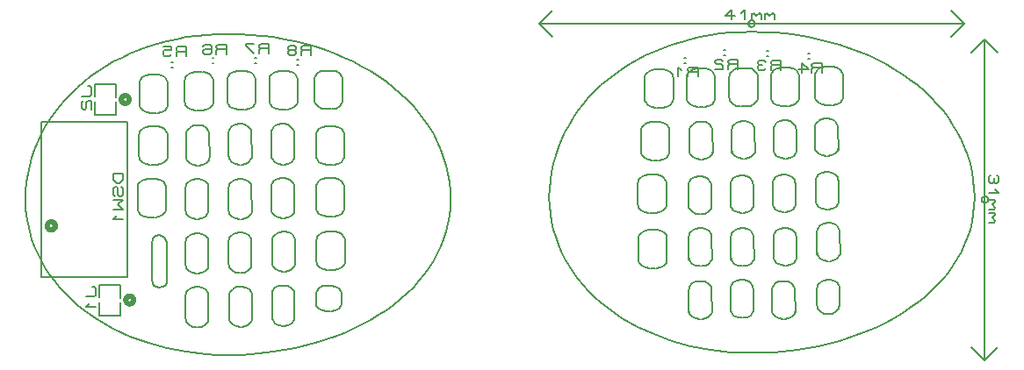
<source format=gbr>
G04 PROTEUS GERBER X2 FILE*
%TF.GenerationSoftware,Labcenter,Proteus,8.9-SP2-Build28501*%
%TF.CreationDate,2020-07-12T19:41:18+00:00*%
%TF.FileFunction,Legend,Bot*%
%TF.FilePolarity,Positive*%
%TF.Part,Single*%
%TF.SameCoordinates,{dc61f2e1-3fbc-4622-b235-fc52ee95e5fb}*%
%FSLAX45Y45*%
%MOMM*%
G01*
%TA.AperFunction,Profile*%
%ADD18C,0.203200*%
%TA.AperFunction,NonMaterial*%
%ADD19C,0.203200*%
%TA.AperFunction,Material*%
%ADD23C,0.508000*%
%ADD24C,0.152400*%
%ADD22C,0.203200*%
%TD.AperFunction*%
D18*
X-6550000Y-6000000D02*
X-6547519Y-5916226D01*
X-6540151Y-5833716D01*
X-6528008Y-5752560D01*
X-6511200Y-5672852D01*
X-6489840Y-5594681D01*
X-6464039Y-5518140D01*
X-6433909Y-5443320D01*
X-6399561Y-5370312D01*
X-6361107Y-5299210D01*
X-6318658Y-5230103D01*
X-6272326Y-5163083D01*
X-6222223Y-5098242D01*
X-6168460Y-5035672D01*
X-6111149Y-4975464D01*
X-6050401Y-4917709D01*
X-5986328Y-4862500D01*
X-5919042Y-4809927D01*
X-5848653Y-4760083D01*
X-5775275Y-4713058D01*
X-5699017Y-4668945D01*
X-5619993Y-4627835D01*
X-5538313Y-4589819D01*
X-5454089Y-4554990D01*
X-5367432Y-4523438D01*
X-5278454Y-4495255D01*
X-5187267Y-4470532D01*
X-5093983Y-4449362D01*
X-4998712Y-4431836D01*
X-4901567Y-4418045D01*
X-4802659Y-4408081D01*
X-4702099Y-4402036D01*
X-4600000Y-4400000D01*
X-4487429Y-4402036D01*
X-4376556Y-4408081D01*
X-4267503Y-4418045D01*
X-4160394Y-4431836D01*
X-4055352Y-4449362D01*
X-3952500Y-4470532D01*
X-3851961Y-4495255D01*
X-3753857Y-4523438D01*
X-3658313Y-4554990D01*
X-3565450Y-4589819D01*
X-3475393Y-4627835D01*
X-3388263Y-4668945D01*
X-3304184Y-4713058D01*
X-3223279Y-4760083D01*
X-3145672Y-4809927D01*
X-3071484Y-4862500D01*
X-3000840Y-4917709D01*
X-2933861Y-4975464D01*
X-2870672Y-5035672D01*
X-2811395Y-5098242D01*
X-2756153Y-5163083D01*
X-2705070Y-5230103D01*
X-2658267Y-5299210D01*
X-2615869Y-5370312D01*
X-2577998Y-5443320D01*
X-2544778Y-5518140D01*
X-2516331Y-5594681D01*
X-2492780Y-5672852D01*
X-2474248Y-5752560D01*
X-2460859Y-5833716D01*
X-2452735Y-5916226D01*
X-2450000Y-6000000D01*
X-2452735Y-6078538D01*
X-2460859Y-6155891D01*
X-2474248Y-6231975D01*
X-2492780Y-6306702D01*
X-2516331Y-6379987D01*
X-2544778Y-6451744D01*
X-2577998Y-6521888D01*
X-2615869Y-6590332D01*
X-2658267Y-6656991D01*
X-2705070Y-6721779D01*
X-2756153Y-6784610D01*
X-2811395Y-6845398D01*
X-2870672Y-6904058D01*
X-2933861Y-6960503D01*
X-3000840Y-7014647D01*
X-3071484Y-7066406D01*
X-3145672Y-7115693D01*
X-3223279Y-7162422D01*
X-3304184Y-7206508D01*
X-3388263Y-7247864D01*
X-3475393Y-7286405D01*
X-3565450Y-7322044D01*
X-3753857Y-7384277D01*
X-3952500Y-7433876D01*
X-4160394Y-7470154D01*
X-4376556Y-7492424D01*
X-4487429Y-7498092D01*
X-4600000Y-7500000D01*
X-4702099Y-7498092D01*
X-4802659Y-7492424D01*
X-4998712Y-7470154D01*
X-5187267Y-7433876D01*
X-5367432Y-7384277D01*
X-5538313Y-7322044D01*
X-5699017Y-7247864D01*
X-5848653Y-7162422D01*
X-5919042Y-7115693D01*
X-5986328Y-7066406D01*
X-6050401Y-7014647D01*
X-6111149Y-6960503D01*
X-6168460Y-6904058D01*
X-6222223Y-6845398D01*
X-6272326Y-6784610D01*
X-6318658Y-6721779D01*
X-6361107Y-6656991D01*
X-6399561Y-6590332D01*
X-6433909Y-6521888D01*
X-6464039Y-6451744D01*
X-6489840Y-6379987D01*
X-6511200Y-6306702D01*
X-6528008Y-6231975D01*
X-6540151Y-6155891D01*
X-6547519Y-6078538D01*
X-6550000Y-6000000D01*
D19*
X+2700000Y-4450000D02*
X+2700000Y-7550000D01*
X+2700000Y-4450000D02*
X+2573000Y-4577000D01*
X+2700000Y-4450000D02*
X+2827000Y-4577000D01*
X+2700000Y-7550000D02*
X+2827000Y-7423000D01*
X+2700000Y-7550000D02*
X+2573000Y-7423000D01*
X+2731750Y-6000000D02*
X+2731641Y-5997366D01*
X+2730751Y-5992097D01*
X+2728889Y-5986828D01*
X+2725846Y-5981559D01*
X+2721191Y-5976357D01*
X+2715922Y-5972531D01*
X+2710653Y-5970091D01*
X+2705384Y-5968710D01*
X+2700115Y-5968250D01*
X+2700000Y-5968250D01*
X+2668250Y-6000000D02*
X+2668359Y-5997366D01*
X+2669249Y-5992097D01*
X+2671111Y-5986828D01*
X+2674154Y-5981559D01*
X+2678809Y-5976357D01*
X+2684078Y-5972531D01*
X+2689347Y-5970091D01*
X+2694616Y-5968710D01*
X+2699885Y-5968250D01*
X+2700000Y-5968250D01*
X+2668250Y-6000000D02*
X+2668359Y-6002634D01*
X+2669249Y-6007903D01*
X+2671111Y-6013172D01*
X+2674154Y-6018441D01*
X+2678809Y-6023643D01*
X+2684078Y-6027469D01*
X+2689347Y-6029909D01*
X+2694616Y-6031290D01*
X+2699885Y-6031750D01*
X+2700000Y-6031750D01*
X+2731750Y-6000000D02*
X+2731641Y-6002634D01*
X+2730751Y-6007903D01*
X+2728889Y-6013172D01*
X+2725846Y-6018441D01*
X+2721191Y-6023643D01*
X+2715922Y-6027469D01*
X+2710653Y-6029909D01*
X+2705384Y-6031290D01*
X+2700115Y-6031750D01*
X+2700000Y-6031750D01*
X+2816840Y-5761875D02*
X+2832080Y-5777750D01*
X+2832080Y-5825375D01*
X+2816840Y-5841250D01*
X+2801600Y-5841250D01*
X+2786360Y-5825375D01*
X+2771120Y-5841250D01*
X+2755880Y-5841250D01*
X+2740640Y-5825375D01*
X+2740640Y-5777750D01*
X+2755880Y-5761875D01*
X+2786360Y-5793625D02*
X+2786360Y-5825375D01*
X+2801600Y-5904750D02*
X+2832080Y-5936500D01*
X+2740640Y-5936500D01*
X+2740640Y-6000000D02*
X+2801600Y-6000000D01*
X+2786360Y-6000000D02*
X+2801600Y-6015875D01*
X+2771120Y-6047625D01*
X+2801600Y-6079375D01*
X+2786360Y-6095250D01*
X+2740640Y-6095250D01*
X+2740640Y-6127000D02*
X+2801600Y-6127000D01*
X+2786360Y-6127000D02*
X+2801600Y-6142875D01*
X+2771120Y-6174625D01*
X+2801600Y-6206375D01*
X+2786360Y-6222250D01*
X+2740640Y-6222250D01*
X-1600000Y-4300000D02*
X+2500000Y-4300000D01*
X-1600000Y-4300000D02*
X-1473000Y-4427000D01*
X-1600000Y-4300000D02*
X-1473000Y-4173000D01*
X+2500000Y-4300000D02*
X+2373000Y-4173000D01*
X+2500000Y-4300000D02*
X+2373000Y-4427000D01*
X+481750Y-4300000D02*
X+481641Y-4297366D01*
X+480751Y-4292097D01*
X+478889Y-4286828D01*
X+475846Y-4281559D01*
X+471191Y-4276357D01*
X+465922Y-4272531D01*
X+460653Y-4270091D01*
X+455384Y-4268710D01*
X+450115Y-4268250D01*
X+450000Y-4268250D01*
X+418250Y-4300000D02*
X+418359Y-4297366D01*
X+419249Y-4292097D01*
X+421111Y-4286828D01*
X+424154Y-4281559D01*
X+428809Y-4276357D01*
X+434078Y-4272531D01*
X+439347Y-4270091D01*
X+444616Y-4268710D01*
X+449885Y-4268250D01*
X+450000Y-4268250D01*
X+418250Y-4300000D02*
X+418359Y-4302634D01*
X+419249Y-4307903D01*
X+421111Y-4313172D01*
X+424154Y-4318441D01*
X+428809Y-4323643D01*
X+434078Y-4327469D01*
X+439347Y-4329909D01*
X+444616Y-4331290D01*
X+449885Y-4331750D01*
X+450000Y-4331750D01*
X+481750Y-4300000D02*
X+481641Y-4302634D01*
X+480751Y-4307903D01*
X+478889Y-4313172D01*
X+475846Y-4318441D01*
X+471191Y-4323643D01*
X+465922Y-4327469D01*
X+460653Y-4329909D01*
X+455384Y-4331290D01*
X+450115Y-4331750D01*
X+450000Y-4331750D01*
X+291250Y-4228880D02*
X+196000Y-4228880D01*
X+259500Y-4167920D01*
X+259500Y-4259360D01*
X+354750Y-4198400D02*
X+386500Y-4167920D01*
X+386500Y-4259360D01*
X+450000Y-4259360D02*
X+450000Y-4198400D01*
X+450000Y-4213640D02*
X+465875Y-4198400D01*
X+497625Y-4228880D01*
X+529375Y-4198400D01*
X+545250Y-4213640D01*
X+545250Y-4259360D01*
X+577000Y-4259360D02*
X+577000Y-4198400D01*
X+577000Y-4213640D02*
X+592875Y-4198400D01*
X+624625Y-4228880D01*
X+656375Y-4198400D01*
X+672250Y-4213640D01*
X+672250Y-4259360D01*
D18*
X-4430000Y-4760000D02*
X-4390644Y-4766943D01*
X-4358906Y-4786016D01*
X-4337715Y-4814580D01*
X-4331990Y-4831598D01*
X-4330000Y-4850000D01*
X-4435000Y-5130000D02*
X-4393676Y-5123442D01*
X-4360351Y-5105430D01*
X-4338100Y-5078452D01*
X-4332089Y-5062380D01*
X-4330000Y-5045000D01*
X-4495000Y-5130000D02*
X-4538291Y-5123442D01*
X-4573203Y-5105430D01*
X-4596514Y-5078452D01*
X-4602811Y-5062380D01*
X-4605000Y-5045000D01*
X-4500000Y-4760000D02*
X-4541323Y-4766558D01*
X-4574648Y-4784570D01*
X-4596899Y-4811548D01*
X-4602911Y-4827620D01*
X-4605000Y-4845000D01*
X-4605000Y-5045000D02*
X-4605000Y-4845000D01*
X-4435000Y-4760000D02*
X-4510000Y-4760000D01*
X-4440000Y-5130000D02*
X-4490000Y-5130000D01*
X-4330000Y-4845000D02*
X-4330000Y-5045000D01*
X-4025000Y-4760000D02*
X-3985644Y-4766943D01*
X-3953906Y-4786016D01*
X-3932715Y-4814580D01*
X-3926990Y-4831598D01*
X-3925000Y-4850000D01*
X-4030000Y-5130000D02*
X-3988676Y-5123442D01*
X-3955351Y-5105430D01*
X-3933100Y-5078452D01*
X-3927089Y-5062380D01*
X-3925000Y-5045000D01*
X-4090000Y-5130000D02*
X-4133291Y-5123442D01*
X-4168203Y-5105430D01*
X-4191514Y-5078452D01*
X-4197811Y-5062380D01*
X-4200000Y-5045000D01*
X-4095000Y-4760000D02*
X-4136323Y-4766558D01*
X-4169648Y-4784570D01*
X-4191899Y-4811548D01*
X-4197911Y-4827620D01*
X-4200000Y-4845000D01*
X-4200000Y-5045000D02*
X-4200000Y-4845000D01*
X-4030000Y-4760000D02*
X-4105000Y-4760000D01*
X-4035000Y-5130000D02*
X-4085000Y-5130000D01*
X-3925000Y-4845000D02*
X-3925000Y-5045000D01*
X-4840000Y-4770000D02*
X-4800644Y-4776943D01*
X-4768906Y-4796016D01*
X-4747715Y-4824580D01*
X-4741990Y-4841598D01*
X-4740000Y-4860000D01*
X-4845000Y-5140000D02*
X-4803676Y-5133442D01*
X-4770351Y-5115430D01*
X-4748100Y-5088452D01*
X-4742089Y-5072380D01*
X-4740000Y-5055000D01*
X-4905000Y-5140000D02*
X-4948291Y-5133442D01*
X-4983203Y-5115430D01*
X-5006514Y-5088452D01*
X-5012811Y-5072380D01*
X-5015000Y-5055000D01*
X-4910000Y-4770000D02*
X-4951323Y-4776558D01*
X-4984648Y-4794570D01*
X-5006899Y-4821548D01*
X-5012911Y-4837620D01*
X-5015000Y-4855000D01*
X-5015000Y-5055000D02*
X-5015000Y-4855000D01*
X-4845000Y-4770000D02*
X-4920000Y-4770000D01*
X-4850000Y-5140000D02*
X-4900000Y-5140000D01*
X-4740000Y-4855000D02*
X-4740000Y-5055000D01*
X-3590000Y-4755000D02*
X-3550644Y-4761943D01*
X-3518906Y-4781016D01*
X-3497715Y-4809580D01*
X-3491990Y-4826598D01*
X-3490000Y-4845000D01*
X-3595000Y-5125000D02*
X-3553676Y-5118442D01*
X-3520351Y-5100430D01*
X-3498100Y-5073452D01*
X-3492089Y-5057380D01*
X-3490000Y-5040000D01*
X-3655000Y-5125000D02*
X-3698291Y-5118442D01*
X-3733203Y-5100430D01*
X-3756514Y-5073452D01*
X-3762811Y-5057380D01*
X-3765000Y-5040000D01*
X-3660000Y-4755000D02*
X-3701323Y-4761558D01*
X-3734648Y-4779570D01*
X-3756899Y-4806548D01*
X-3762911Y-4822620D01*
X-3765000Y-4840000D01*
X-3765000Y-5040000D02*
X-3765000Y-4840000D01*
X-3590000Y-4755000D02*
X-3665000Y-4755000D01*
X-3600000Y-5125000D02*
X-3650000Y-5125000D01*
X-3490000Y-4840000D02*
X-3490000Y-5040000D01*
X+810000Y-4725000D02*
X+849356Y-4731943D01*
X+881094Y-4751016D01*
X+902285Y-4779580D01*
X+908010Y-4796598D01*
X+910000Y-4815000D01*
X+805000Y-5095000D02*
X+846324Y-5088442D01*
X+879649Y-5070430D01*
X+901900Y-5043452D01*
X+907911Y-5027380D01*
X+910000Y-5010000D01*
X+745000Y-5095000D02*
X+701709Y-5088442D01*
X+666797Y-5070430D01*
X+643486Y-5043452D01*
X+637189Y-5027380D01*
X+635000Y-5010000D01*
X+740000Y-4725000D02*
X+698677Y-4731558D01*
X+665352Y-4749570D01*
X+643101Y-4776548D01*
X+637089Y-4792620D01*
X+635000Y-4810000D01*
X+635000Y-5010000D02*
X+635000Y-4810000D01*
X+810000Y-4725000D02*
X+735000Y-4725000D01*
X+800000Y-5095000D02*
X+750000Y-5095000D01*
X+910000Y-4810000D02*
X+910000Y-5010000D01*
X+410000Y-4730000D02*
X+449356Y-4736943D01*
X+481094Y-4756016D01*
X+502285Y-4784580D01*
X+508010Y-4801598D01*
X+510000Y-4820000D01*
X+405000Y-5100000D02*
X+446324Y-5093442D01*
X+479649Y-5075430D01*
X+501900Y-5048452D01*
X+507911Y-5032380D01*
X+510000Y-5015000D01*
X+345000Y-5100000D02*
X+301709Y-5093442D01*
X+266797Y-5075430D01*
X+243486Y-5048452D01*
X+237189Y-5032380D01*
X+235000Y-5015000D01*
X+340000Y-4730000D02*
X+298677Y-4736558D01*
X+265352Y-4754570D01*
X+243101Y-4781548D01*
X+237089Y-4797620D01*
X+235000Y-4815000D01*
X+235000Y-5015000D02*
X+235000Y-4815000D01*
X+410000Y-4730000D02*
X+335000Y-4730000D01*
X+400000Y-5100000D02*
X+350000Y-5100000D01*
X+510000Y-4815000D02*
X+510000Y-5015000D01*
X+1235000Y-4720000D02*
X+1274356Y-4726943D01*
X+1306094Y-4746016D01*
X+1327285Y-4774580D01*
X+1333010Y-4791598D01*
X+1335000Y-4810000D01*
X+1230000Y-5090000D02*
X+1271324Y-5083442D01*
X+1304649Y-5065430D01*
X+1326900Y-5038452D01*
X+1332911Y-5022380D01*
X+1335000Y-5005000D01*
X+1170000Y-5090000D02*
X+1126709Y-5083442D01*
X+1091797Y-5065430D01*
X+1068486Y-5038452D01*
X+1062189Y-5022380D01*
X+1060000Y-5005000D01*
X+1165000Y-4720000D02*
X+1123677Y-4726558D01*
X+1090352Y-4744570D01*
X+1068101Y-4771548D01*
X+1062089Y-4787620D01*
X+1060000Y-4805000D01*
X+1060000Y-5005000D02*
X+1060000Y-4805000D01*
X+1235000Y-4720000D02*
X+1160000Y-4720000D01*
X+1225000Y-5090000D02*
X+1175000Y-5090000D01*
X+1335000Y-4805000D02*
X+1335000Y-5005000D01*
X+0Y-4735000D02*
X+39356Y-4741943D01*
X+71094Y-4761016D01*
X+92285Y-4789580D01*
X+98010Y-4806598D01*
X+100000Y-4825000D01*
X-5000Y-5105000D02*
X+36324Y-5098442D01*
X+69649Y-5080430D01*
X+91900Y-5053452D01*
X+97911Y-5037380D01*
X+100000Y-5020000D01*
X-65000Y-5105000D02*
X-108291Y-5098442D01*
X-143203Y-5080430D01*
X-166514Y-5053452D01*
X-172811Y-5037380D01*
X-175000Y-5020000D01*
X-70000Y-4735000D02*
X-111323Y-4741558D01*
X-144648Y-4759570D01*
X-166899Y-4786548D01*
X-172911Y-4802620D01*
X-175000Y-4820000D01*
X-175000Y-5020000D02*
X-175000Y-4820000D01*
X+0Y-4735000D02*
X-75000Y-4735000D01*
X-10000Y-5105000D02*
X-60000Y-5105000D01*
X+100000Y-4820000D02*
X+100000Y-5020000D01*
X-405000Y-4740000D02*
X-365644Y-4746943D01*
X-333906Y-4766016D01*
X-312715Y-4794580D01*
X-306990Y-4811598D01*
X-305000Y-4830000D01*
X-410000Y-5110000D02*
X-368676Y-5103442D01*
X-335351Y-5085430D01*
X-313100Y-5058452D01*
X-307089Y-5042380D01*
X-305000Y-5025000D01*
X-470000Y-5110000D02*
X-513291Y-5103442D01*
X-548203Y-5085430D01*
X-571514Y-5058452D01*
X-577811Y-5042380D01*
X-580000Y-5025000D01*
X-475000Y-4740000D02*
X-516323Y-4746558D01*
X-549648Y-4764570D01*
X-571899Y-4791548D01*
X-577911Y-4807620D01*
X-580000Y-4825000D01*
X-580000Y-5025000D02*
X-580000Y-4825000D01*
X-405000Y-4740000D02*
X-480000Y-4740000D01*
X-415000Y-5110000D02*
X-465000Y-5110000D01*
X-305000Y-4825000D02*
X-305000Y-5025000D01*
X-1500000Y-5980000D02*
X-1497519Y-5896226D01*
X-1490151Y-5813716D01*
X-1478008Y-5732560D01*
X-1461200Y-5652852D01*
X-1439840Y-5574681D01*
X-1414039Y-5498140D01*
X-1383909Y-5423320D01*
X-1349561Y-5350312D01*
X-1311107Y-5279210D01*
X-1268658Y-5210103D01*
X-1222326Y-5143083D01*
X-1172223Y-5078242D01*
X-1118460Y-5015672D01*
X-1061149Y-4955464D01*
X-1000401Y-4897709D01*
X-936328Y-4842500D01*
X-869042Y-4789927D01*
X-798653Y-4740083D01*
X-725275Y-4693058D01*
X-649017Y-4648945D01*
X-569993Y-4607835D01*
X-488313Y-4569819D01*
X-404089Y-4534990D01*
X-317432Y-4503438D01*
X-228454Y-4475255D01*
X-137267Y-4450532D01*
X-43983Y-4429362D01*
X+51288Y-4411836D01*
X+148433Y-4398045D01*
X+247341Y-4388081D01*
X+347901Y-4382036D01*
X+450000Y-4380000D01*
X+562571Y-4382036D01*
X+673444Y-4388081D01*
X+782497Y-4398045D01*
X+889606Y-4411836D01*
X+994648Y-4429362D01*
X+1097500Y-4450532D01*
X+1198039Y-4475255D01*
X+1296143Y-4503438D01*
X+1391687Y-4534990D01*
X+1484550Y-4569819D01*
X+1574607Y-4607835D01*
X+1661737Y-4648945D01*
X+1745816Y-4693058D01*
X+1826721Y-4740083D01*
X+1904328Y-4789927D01*
X+1978516Y-4842500D01*
X+2049160Y-4897709D01*
X+2116139Y-4955464D01*
X+2179328Y-5015672D01*
X+2238605Y-5078242D01*
X+2293847Y-5143083D01*
X+2344930Y-5210103D01*
X+2391733Y-5279210D01*
X+2434131Y-5350312D01*
X+2472002Y-5423320D01*
X+2505222Y-5498140D01*
X+2533669Y-5574681D01*
X+2557220Y-5652852D01*
X+2575752Y-5732560D01*
X+2589141Y-5813716D01*
X+2597265Y-5896226D01*
X+2600000Y-5980000D01*
X+2597265Y-6058538D01*
X+2589141Y-6135891D01*
X+2575752Y-6211975D01*
X+2557220Y-6286702D01*
X+2533669Y-6359987D01*
X+2505222Y-6431744D01*
X+2472002Y-6501888D01*
X+2434131Y-6570332D01*
X+2391733Y-6636991D01*
X+2344930Y-6701779D01*
X+2293847Y-6764610D01*
X+2238605Y-6825398D01*
X+2179328Y-6884058D01*
X+2116139Y-6940503D01*
X+2049160Y-6994647D01*
X+1978516Y-7046406D01*
X+1904328Y-7095693D01*
X+1826721Y-7142422D01*
X+1745816Y-7186508D01*
X+1661737Y-7227864D01*
X+1574607Y-7266405D01*
X+1484550Y-7302044D01*
X+1296143Y-7364277D01*
X+1097500Y-7413876D01*
X+889606Y-7450154D01*
X+673444Y-7472424D01*
X+562571Y-7478092D01*
X+450000Y-7480000D01*
X+347901Y-7478092D01*
X+247341Y-7472424D01*
X+51288Y-7450154D01*
X-137267Y-7413876D01*
X-317432Y-7364277D01*
X-488313Y-7302044D01*
X-649017Y-7227864D01*
X-798653Y-7142422D01*
X-869042Y-7095693D01*
X-936328Y-7046406D01*
X-1000401Y-6994647D01*
X-1061149Y-6940503D01*
X-1118460Y-6884058D01*
X-1172223Y-6825398D01*
X-1222326Y-6764610D01*
X-1268658Y-6701779D01*
X-1311107Y-6636991D01*
X-1349561Y-6570332D01*
X-1383909Y-6501888D01*
X-1414039Y-6431744D01*
X-1439840Y-6359987D01*
X-1461200Y-6286702D01*
X-1478008Y-6211975D01*
X-1490151Y-6135891D01*
X-1497519Y-6058538D01*
X-1500000Y-5980000D01*
D23*
X-5506400Y-6970000D02*
X-5506531Y-6966842D01*
X-5507597Y-6960524D01*
X-5509828Y-6954206D01*
X-5513473Y-6947888D01*
X-5519048Y-6941649D01*
X-5525366Y-6937053D01*
X-5531684Y-6934120D01*
X-5538002Y-6932458D01*
X-5544320Y-6931900D01*
X-5544500Y-6931900D01*
X-5582600Y-6970000D02*
X-5582469Y-6966842D01*
X-5581403Y-6960524D01*
X-5579172Y-6954206D01*
X-5575527Y-6947888D01*
X-5569952Y-6941649D01*
X-5563634Y-6937053D01*
X-5557316Y-6934120D01*
X-5550998Y-6932458D01*
X-5544680Y-6931900D01*
X-5544500Y-6931900D01*
X-5582600Y-6970000D02*
X-5582469Y-6973158D01*
X-5581403Y-6979476D01*
X-5579172Y-6985794D01*
X-5575527Y-6992112D01*
X-5569952Y-6998351D01*
X-5563634Y-7002947D01*
X-5557316Y-7005880D01*
X-5550998Y-7007542D01*
X-5544680Y-7008100D01*
X-5544500Y-7008100D01*
X-5506400Y-6970000D02*
X-5506531Y-6973158D01*
X-5507597Y-6979476D01*
X-5509828Y-6985794D01*
X-5513473Y-6992112D01*
X-5519048Y-6998351D01*
X-5525366Y-7002947D01*
X-5531684Y-7005880D01*
X-5538002Y-7007542D01*
X-5544320Y-7008100D01*
X-5544500Y-7008100D01*
D24*
X-5634340Y-6820140D02*
X-5634340Y-6947593D01*
X-5634340Y-7119860D02*
X-5835000Y-7119860D01*
X-5835000Y-6995191D01*
X-5835000Y-6820140D02*
X-5634340Y-6820140D01*
X-5835000Y-6944809D02*
X-5835000Y-6820140D01*
X-5634340Y-6992407D02*
X-5634340Y-7119860D01*
D22*
X-5903580Y-6843000D02*
X-5888340Y-6843000D01*
X-5873100Y-6858875D01*
X-5873100Y-6922375D01*
X-5888340Y-6938250D01*
X-5964540Y-6938250D01*
X-5934060Y-7001750D02*
X-5964540Y-7033500D01*
X-5873100Y-7033500D01*
D23*
X-5550400Y-5033000D02*
X-5550531Y-5029842D01*
X-5551597Y-5023524D01*
X-5553828Y-5017206D01*
X-5557473Y-5010888D01*
X-5563048Y-5004649D01*
X-5569366Y-5000053D01*
X-5575684Y-4997120D01*
X-5582002Y-4995458D01*
X-5588320Y-4994900D01*
X-5588500Y-4994900D01*
X-5626600Y-5033000D02*
X-5626469Y-5029842D01*
X-5625403Y-5023524D01*
X-5623172Y-5017206D01*
X-5619527Y-5010888D01*
X-5613952Y-5004649D01*
X-5607634Y-5000053D01*
X-5601316Y-4997120D01*
X-5594998Y-4995458D01*
X-5588680Y-4994900D01*
X-5588500Y-4994900D01*
X-5626600Y-5033000D02*
X-5626469Y-5036158D01*
X-5625403Y-5042476D01*
X-5623172Y-5048794D01*
X-5619527Y-5055112D01*
X-5613952Y-5061351D01*
X-5607634Y-5065947D01*
X-5601316Y-5068880D01*
X-5594998Y-5070542D01*
X-5588680Y-5071100D01*
X-5588500Y-5071100D01*
X-5550400Y-5033000D02*
X-5550531Y-5036158D01*
X-5551597Y-5042476D01*
X-5553828Y-5048794D01*
X-5557473Y-5055112D01*
X-5563048Y-5061351D01*
X-5569366Y-5065947D01*
X-5575684Y-5068880D01*
X-5582002Y-5070542D01*
X-5588320Y-5071100D01*
X-5588500Y-5071100D01*
D24*
X-5678340Y-4883140D02*
X-5678340Y-5010593D01*
X-5678340Y-5182860D02*
X-5879000Y-5182860D01*
X-5879000Y-5058191D01*
X-5879000Y-4883140D02*
X-5678340Y-4883140D01*
X-5879000Y-5007809D02*
X-5879000Y-4883140D01*
X-5678340Y-5055407D02*
X-5678340Y-5182860D01*
D22*
X-5947580Y-4906000D02*
X-5932340Y-4906000D01*
X-5917100Y-4921875D01*
X-5917100Y-4985375D01*
X-5932340Y-5001250D01*
X-6008540Y-5001250D01*
X-5993300Y-5048875D02*
X-6008540Y-5064750D01*
X-6008540Y-5112375D01*
X-5993300Y-5128250D01*
X-5978060Y-5128250D01*
X-5962820Y-5112375D01*
X-5962820Y-5064750D01*
X-5947580Y-5048875D01*
X-5917100Y-5048875D01*
X-5917100Y-5128250D01*
D23*
X-6262400Y-6254000D02*
X-6262531Y-6250842D01*
X-6263597Y-6244524D01*
X-6265828Y-6238206D01*
X-6269473Y-6231888D01*
X-6275048Y-6225649D01*
X-6281366Y-6221053D01*
X-6287684Y-6218120D01*
X-6294002Y-6216458D01*
X-6300320Y-6215900D01*
X-6300500Y-6215900D01*
X-6338600Y-6254000D02*
X-6338469Y-6250842D01*
X-6337403Y-6244524D01*
X-6335172Y-6238206D01*
X-6331527Y-6231888D01*
X-6325952Y-6225649D01*
X-6319634Y-6221053D01*
X-6313316Y-6218120D01*
X-6306998Y-6216458D01*
X-6300680Y-6215900D01*
X-6300500Y-6215900D01*
X-6338600Y-6254000D02*
X-6338469Y-6257158D01*
X-6337403Y-6263476D01*
X-6335172Y-6269794D01*
X-6331527Y-6276112D01*
X-6325952Y-6282351D01*
X-6319634Y-6286947D01*
X-6313316Y-6289880D01*
X-6306998Y-6291542D01*
X-6300680Y-6292100D01*
X-6300500Y-6292100D01*
X-6262400Y-6254000D02*
X-6262531Y-6257158D01*
X-6263597Y-6263476D01*
X-6265828Y-6269794D01*
X-6269473Y-6276112D01*
X-6275048Y-6282351D01*
X-6281366Y-6286947D01*
X-6287684Y-6289880D01*
X-6294002Y-6291542D01*
X-6300320Y-6292100D01*
X-6300500Y-6292100D01*
D24*
X-6394480Y-6750570D02*
X-6394480Y-5249430D01*
X-5571520Y-5249430D01*
X-5571520Y-6750570D01*
X-6394480Y-6750570D01*
D22*
X-5611980Y-5746000D02*
X-5703420Y-5746000D01*
X-5703420Y-5809500D01*
X-5672940Y-5841250D01*
X-5642460Y-5841250D01*
X-5611980Y-5809500D01*
X-5611980Y-5746000D01*
X-5627220Y-5873000D02*
X-5611980Y-5888875D01*
X-5611980Y-5952375D01*
X-5627220Y-5968250D01*
X-5642460Y-5968250D01*
X-5657700Y-5952375D01*
X-5657700Y-5888875D01*
X-5672940Y-5873000D01*
X-5688180Y-5873000D01*
X-5703420Y-5888875D01*
X-5703420Y-5952375D01*
X-5688180Y-5968250D01*
X-5703420Y-6000000D02*
X-5611980Y-6000000D01*
X-5657700Y-6047625D01*
X-5611980Y-6095250D01*
X-5703420Y-6095250D01*
X-5672940Y-6158750D02*
X-5703420Y-6190500D01*
X-5611980Y-6190500D01*
X-199360Y-4680400D02*
X-186660Y-4680400D01*
X-199360Y-4629600D02*
X-186660Y-4629600D01*
X-67280Y-4812480D02*
X-67280Y-4721040D01*
X-146655Y-4721040D01*
X-162530Y-4736280D01*
X-162530Y-4751520D01*
X-146655Y-4766760D01*
X-67280Y-4766760D01*
X-146655Y-4766760D02*
X-162530Y-4782000D01*
X-162530Y-4812480D01*
X-226030Y-4751520D02*
X-257780Y-4721040D01*
X-257780Y-4812480D01*
X+184200Y-4605400D02*
X+196900Y-4605400D01*
X+184200Y-4554600D02*
X+196900Y-4554600D01*
X+316280Y-4737480D02*
X+316280Y-4646040D01*
X+236905Y-4646040D01*
X+221030Y-4661280D01*
X+221030Y-4676520D01*
X+236905Y-4691760D01*
X+316280Y-4691760D01*
X+236905Y-4691760D02*
X+221030Y-4707000D01*
X+221030Y-4737480D01*
X+173405Y-4661280D02*
X+157530Y-4646040D01*
X+109905Y-4646040D01*
X+94030Y-4661280D01*
X+94030Y-4676520D01*
X+109905Y-4691760D01*
X+157530Y-4691760D01*
X+173405Y-4707000D01*
X+173405Y-4737480D01*
X+94030Y-4737480D01*
X+597760Y-4614400D02*
X+610460Y-4614400D01*
X+597760Y-4563600D02*
X+610460Y-4563600D01*
X+729840Y-4746480D02*
X+729840Y-4655040D01*
X+650465Y-4655040D01*
X+634590Y-4670280D01*
X+634590Y-4685520D01*
X+650465Y-4700760D01*
X+729840Y-4700760D01*
X+650465Y-4700760D02*
X+634590Y-4716000D01*
X+634590Y-4746480D01*
X+586965Y-4670280D02*
X+571090Y-4655040D01*
X+523465Y-4655040D01*
X+507590Y-4670280D01*
X+507590Y-4685520D01*
X+523465Y-4700760D01*
X+507590Y-4716000D01*
X+507590Y-4731240D01*
X+523465Y-4746480D01*
X+571090Y-4746480D01*
X+586965Y-4731240D01*
X+555215Y-4700760D02*
X+523465Y-4700760D01*
X+994200Y-4640400D02*
X+1006900Y-4640400D01*
X+994200Y-4589600D02*
X+1006900Y-4589600D01*
X+1126280Y-4772480D02*
X+1126280Y-4681040D01*
X+1046905Y-4681040D01*
X+1031030Y-4696280D01*
X+1031030Y-4711520D01*
X+1046905Y-4726760D01*
X+1126280Y-4726760D01*
X+1046905Y-4726760D02*
X+1031030Y-4742000D01*
X+1031030Y-4772480D01*
X+904030Y-4742000D02*
X+999280Y-4742000D01*
X+935780Y-4681040D01*
X+935780Y-4772480D01*
X-5129200Y-4674600D02*
X-5141900Y-4674600D01*
X-5129200Y-4725400D02*
X-5141900Y-4725400D01*
X-5002410Y-4614090D02*
X-5002410Y-4522650D01*
X-5081785Y-4522650D01*
X-5097660Y-4537890D01*
X-5097660Y-4553130D01*
X-5081785Y-4568370D01*
X-5002410Y-4568370D01*
X-5081785Y-4568370D02*
X-5097660Y-4583610D01*
X-5097660Y-4614090D01*
X-5224660Y-4522650D02*
X-5145285Y-4522650D01*
X-5145285Y-4553130D01*
X-5208785Y-4553130D01*
X-5224660Y-4568370D01*
X-5224660Y-4598850D01*
X-5208785Y-4614090D01*
X-5161160Y-4614090D01*
X-5145285Y-4598850D01*
X-4735640Y-4634600D02*
X-4748340Y-4634600D01*
X-4735640Y-4685400D02*
X-4748340Y-4685400D01*
X-4613720Y-4593960D02*
X-4613720Y-4502520D01*
X-4693095Y-4502520D01*
X-4708970Y-4517760D01*
X-4708970Y-4533000D01*
X-4693095Y-4548240D01*
X-4613720Y-4548240D01*
X-4693095Y-4548240D02*
X-4708970Y-4563480D01*
X-4708970Y-4593960D01*
X-4835970Y-4517760D02*
X-4820095Y-4502520D01*
X-4772470Y-4502520D01*
X-4756595Y-4517760D01*
X-4756595Y-4578720D01*
X-4772470Y-4593960D01*
X-4820095Y-4593960D01*
X-4835970Y-4578720D01*
X-4835970Y-4563480D01*
X-4820095Y-4548240D01*
X-4756595Y-4548240D01*
X-4325640Y-4628600D02*
X-4338340Y-4628600D01*
X-4325640Y-4679400D02*
X-4338340Y-4679400D01*
X-4203720Y-4587960D02*
X-4203720Y-4496520D01*
X-4283095Y-4496520D01*
X-4298970Y-4511760D01*
X-4298970Y-4527000D01*
X-4283095Y-4542240D01*
X-4203720Y-4542240D01*
X-4283095Y-4542240D02*
X-4298970Y-4557480D01*
X-4298970Y-4587960D01*
X-4346595Y-4496520D02*
X-4425970Y-4496520D01*
X-4425970Y-4511760D01*
X-4346595Y-4587960D01*
X-3920640Y-4644600D02*
X-3933340Y-4644600D01*
X-3920640Y-4695400D02*
X-3933340Y-4695400D01*
X-3798720Y-4603960D02*
X-3798720Y-4512520D01*
X-3878095Y-4512520D01*
X-3893970Y-4527760D01*
X-3893970Y-4543000D01*
X-3878095Y-4558240D01*
X-3798720Y-4558240D01*
X-3878095Y-4558240D02*
X-3893970Y-4573480D01*
X-3893970Y-4603960D01*
X-3957470Y-4558240D02*
X-3941595Y-4543000D01*
X-3941595Y-4527760D01*
X-3957470Y-4512520D01*
X-4005095Y-4512520D01*
X-4020970Y-4527760D01*
X-4020970Y-4543000D01*
X-4005095Y-4558240D01*
X-3957470Y-4558240D01*
X-3941595Y-4573480D01*
X-3941595Y-4588720D01*
X-3957470Y-4603960D01*
X-4005095Y-4603960D01*
X-4020970Y-4588720D01*
X-4020970Y-4573480D01*
X-4005095Y-4558240D01*
D18*
X-4880000Y-5280000D02*
X-4840644Y-5286943D01*
X-4808906Y-5306016D01*
X-4787715Y-5334580D01*
X-4781990Y-5351598D01*
X-4780000Y-5370000D01*
X-4880000Y-5670000D02*
X-4838676Y-5663442D01*
X-4805351Y-5645430D01*
X-4783100Y-5618452D01*
X-4777089Y-5602380D01*
X-4775000Y-5585000D01*
X-4890000Y-5670000D02*
X-4933291Y-5663442D01*
X-4968203Y-5645430D01*
X-4991514Y-5618452D01*
X-4997811Y-5602380D01*
X-5000000Y-5585000D01*
X-4895000Y-5280000D02*
X-4936323Y-5286558D01*
X-4969648Y-5304570D01*
X-4991899Y-5331548D01*
X-4997911Y-5347620D01*
X-5000000Y-5365000D01*
X-5000000Y-5370000D02*
X-5000000Y-5585000D01*
X-4775000Y-5585000D02*
X-4780000Y-5375000D01*
X-4895000Y-5280000D02*
X-4880000Y-5280000D01*
X-4470000Y-5270000D02*
X-4430644Y-5276943D01*
X-4398906Y-5296016D01*
X-4377715Y-5324580D01*
X-4371990Y-5341598D01*
X-4370000Y-5360000D01*
X-4470000Y-5660000D02*
X-4428676Y-5653442D01*
X-4395351Y-5635430D01*
X-4373100Y-5608452D01*
X-4367089Y-5592380D01*
X-4365000Y-5575000D01*
X-4480000Y-5660000D02*
X-4523291Y-5653442D01*
X-4558203Y-5635430D01*
X-4581514Y-5608452D01*
X-4587811Y-5592380D01*
X-4590000Y-5575000D01*
X-4485000Y-5270000D02*
X-4526323Y-5276558D01*
X-4559648Y-5294570D01*
X-4581899Y-5321548D01*
X-4587911Y-5337620D01*
X-4590000Y-5355000D01*
X-4590000Y-5360000D02*
X-4590000Y-5575000D01*
X-4365000Y-5575000D02*
X-4370000Y-5365000D01*
X-4485000Y-5270000D02*
X-4470000Y-5270000D01*
X-4060000Y-5270000D02*
X-4020644Y-5276943D01*
X-3988906Y-5296016D01*
X-3967715Y-5324580D01*
X-3961990Y-5341598D01*
X-3960000Y-5360000D01*
X-4060000Y-5660000D02*
X-4018676Y-5653442D01*
X-3985351Y-5635430D01*
X-3963100Y-5608452D01*
X-3957089Y-5592380D01*
X-3955000Y-5575000D01*
X-4070000Y-5660000D02*
X-4113291Y-5653442D01*
X-4148203Y-5635430D01*
X-4171514Y-5608452D01*
X-4177811Y-5592380D01*
X-4180000Y-5575000D01*
X-4075000Y-5270000D02*
X-4116323Y-5276558D01*
X-4149648Y-5294570D01*
X-4171899Y-5321548D01*
X-4177911Y-5337620D01*
X-4180000Y-5355000D01*
X-4180000Y-5360000D02*
X-4180000Y-5575000D01*
X-3955000Y-5575000D02*
X-3960000Y-5365000D01*
X-4075000Y-5270000D02*
X-4060000Y-5270000D01*
X-4885000Y-5800000D02*
X-4845644Y-5806943D01*
X-4813906Y-5826016D01*
X-4792715Y-5854580D01*
X-4786990Y-5871598D01*
X-4785000Y-5890000D01*
X-4890000Y-6190000D02*
X-4848676Y-6183442D01*
X-4815351Y-6165430D01*
X-4793100Y-6138452D01*
X-4787089Y-6122380D01*
X-4785000Y-6105000D01*
X-4895000Y-6190000D02*
X-4938291Y-6183442D01*
X-4973203Y-6165430D01*
X-4996514Y-6138452D01*
X-5002811Y-6122380D01*
X-5005000Y-6105000D01*
X-4900000Y-5800000D02*
X-4941323Y-5806558D01*
X-4974648Y-5824570D01*
X-4996899Y-5851548D01*
X-5002911Y-5867620D01*
X-5005000Y-5885000D01*
X-5005000Y-5890000D02*
X-5005000Y-6105000D01*
X-4785000Y-6105000D02*
X-4785000Y-5895000D01*
X-4900000Y-5800000D02*
X-4885000Y-5800000D01*
X-4470000Y-5800000D02*
X-4430644Y-5806943D01*
X-4398906Y-5826016D01*
X-4377715Y-5854580D01*
X-4371990Y-5871598D01*
X-4370000Y-5890000D01*
X-4470000Y-6190000D02*
X-4428676Y-6183442D01*
X-4395351Y-6165430D01*
X-4373100Y-6138452D01*
X-4367089Y-6122380D01*
X-4365000Y-6105000D01*
X-4480000Y-6190000D02*
X-4523291Y-6183442D01*
X-4558203Y-6165430D01*
X-4581514Y-6138452D01*
X-4587811Y-6122380D01*
X-4590000Y-6105000D01*
X-4485000Y-5800000D02*
X-4526323Y-5806558D01*
X-4559648Y-5824570D01*
X-4581899Y-5851548D01*
X-4587911Y-5867620D01*
X-4590000Y-5885000D01*
X-4590000Y-5890000D02*
X-4590000Y-6105000D01*
X-4365000Y-6105000D02*
X-4370000Y-5895000D01*
X-4485000Y-5800000D02*
X-4470000Y-5800000D01*
X-4060000Y-5790000D02*
X-4020644Y-5796943D01*
X-3988906Y-5816016D01*
X-3967715Y-5844580D01*
X-3961990Y-5861598D01*
X-3960000Y-5880000D01*
X-4060000Y-6180000D02*
X-4018676Y-6173442D01*
X-3985351Y-6155430D01*
X-3963100Y-6128452D01*
X-3957089Y-6112380D01*
X-3955000Y-6095000D01*
X-4070000Y-6180000D02*
X-4113291Y-6173442D01*
X-4148203Y-6155430D01*
X-4171514Y-6128452D01*
X-4177811Y-6112380D01*
X-4180000Y-6095000D01*
X-4075000Y-5790000D02*
X-4116323Y-5796558D01*
X-4149648Y-5814570D01*
X-4171899Y-5841548D01*
X-4177911Y-5857620D01*
X-4180000Y-5875000D01*
X-4180000Y-5880000D02*
X-4180000Y-6095000D01*
X-3955000Y-6095000D02*
X-3960000Y-5885000D01*
X-4075000Y-5790000D02*
X-4060000Y-5790000D01*
X-4884782Y-6323362D02*
X-4845426Y-6330305D01*
X-4813688Y-6349378D01*
X-4792497Y-6377942D01*
X-4786772Y-6394960D01*
X-4784782Y-6413362D01*
X-4889782Y-6713362D02*
X-4848458Y-6706804D01*
X-4815133Y-6688792D01*
X-4792882Y-6661814D01*
X-4786871Y-6645742D01*
X-4784782Y-6628362D01*
X-4894782Y-6713362D02*
X-4938073Y-6706804D01*
X-4972985Y-6688792D01*
X-4996296Y-6661814D01*
X-5002593Y-6645742D01*
X-5004782Y-6628362D01*
X-4899782Y-6323362D02*
X-4941105Y-6329920D01*
X-4974430Y-6347932D01*
X-4996681Y-6374910D01*
X-5002693Y-6390982D01*
X-5004782Y-6408362D01*
X-5004782Y-6413362D02*
X-5004782Y-6628362D01*
X-4784782Y-6628362D02*
X-4784782Y-6418362D01*
X-4899782Y-6323362D02*
X-4884782Y-6323362D01*
X-4469782Y-6318362D02*
X-4430426Y-6325305D01*
X-4398688Y-6344378D01*
X-4377497Y-6372942D01*
X-4371772Y-6389960D01*
X-4369782Y-6408362D01*
X-4474782Y-6708362D02*
X-4433458Y-6701804D01*
X-4400133Y-6683792D01*
X-4377882Y-6656814D01*
X-4371871Y-6640742D01*
X-4369782Y-6623362D01*
X-4479782Y-6708362D02*
X-4523073Y-6701804D01*
X-4557985Y-6683792D01*
X-4581296Y-6656814D01*
X-4587593Y-6640742D01*
X-4589782Y-6623362D01*
X-4484782Y-6318362D02*
X-4526105Y-6324920D01*
X-4559430Y-6342932D01*
X-4581681Y-6369910D01*
X-4587693Y-6385982D01*
X-4589782Y-6403362D01*
X-4589782Y-6408362D02*
X-4589782Y-6623362D01*
X-4369782Y-6623362D02*
X-4369782Y-6413362D01*
X-4484782Y-6318362D02*
X-4469782Y-6318362D01*
X-4049782Y-6308362D02*
X-4010426Y-6315305D01*
X-3978688Y-6334378D01*
X-3957497Y-6362942D01*
X-3951772Y-6379960D01*
X-3949782Y-6398362D01*
X-4054782Y-6698362D02*
X-4013458Y-6691804D01*
X-3980133Y-6673792D01*
X-3957882Y-6646814D01*
X-3951871Y-6630742D01*
X-3949782Y-6613362D01*
X-4059782Y-6698362D02*
X-4103073Y-6691804D01*
X-4137985Y-6673792D01*
X-4161296Y-6646814D01*
X-4167593Y-6630742D01*
X-4169782Y-6613362D01*
X-4064782Y-6308362D02*
X-4106105Y-6314920D01*
X-4139430Y-6332932D01*
X-4161681Y-6359910D01*
X-4167693Y-6375982D01*
X-4169782Y-6393362D01*
X-4169782Y-6398362D02*
X-4169782Y-6613362D01*
X-3949782Y-6613362D02*
X-3949782Y-6403362D01*
X-4064782Y-6308362D02*
X-4049782Y-6308362D01*
X-4884782Y-6843362D02*
X-4845426Y-6850305D01*
X-4813688Y-6869378D01*
X-4792497Y-6897942D01*
X-4786772Y-6914960D01*
X-4784782Y-6933362D01*
X-4889782Y-7233362D02*
X-4848458Y-7226804D01*
X-4815133Y-7208792D01*
X-4792882Y-7181814D01*
X-4786871Y-7165742D01*
X-4784782Y-7148362D01*
X-4894782Y-7233362D02*
X-4938073Y-7226804D01*
X-4972985Y-7208792D01*
X-4996296Y-7181814D01*
X-5002593Y-7165742D01*
X-5004782Y-7148362D01*
X-4899782Y-6843362D02*
X-4941105Y-6849920D01*
X-4974430Y-6867932D01*
X-4996681Y-6894910D01*
X-5002693Y-6910982D01*
X-5004782Y-6928362D01*
X-5004782Y-6933362D02*
X-5004782Y-7148362D01*
X-4784782Y-7148362D02*
X-4784782Y-6938362D01*
X-4899782Y-6843362D02*
X-4884782Y-6843362D01*
X-4464782Y-6838362D02*
X-4425426Y-6845305D01*
X-4393688Y-6864378D01*
X-4372497Y-6892942D01*
X-4366772Y-6909960D01*
X-4364782Y-6928362D01*
X-4469782Y-7228362D02*
X-4428458Y-7221804D01*
X-4395133Y-7203792D01*
X-4372882Y-7176814D01*
X-4366871Y-7160742D01*
X-4364782Y-7143362D01*
X-4474782Y-7228362D02*
X-4518073Y-7221804D01*
X-4552985Y-7203792D01*
X-4576296Y-7176814D01*
X-4582593Y-7160742D01*
X-4584782Y-7143362D01*
X-4479782Y-6838362D02*
X-4521105Y-6844920D01*
X-4554430Y-6862932D01*
X-4576681Y-6889910D01*
X-4582693Y-6905982D01*
X-4584782Y-6923362D01*
X-4584782Y-6928362D02*
X-4584782Y-7143362D01*
X-4364782Y-7143362D02*
X-4364782Y-6933362D01*
X-4479782Y-6838362D02*
X-4464782Y-6838362D01*
X-4054782Y-6828362D02*
X-4015426Y-6835305D01*
X-3983688Y-6854378D01*
X-3962497Y-6882942D01*
X-3956772Y-6899960D01*
X-3954782Y-6918362D01*
X-4059782Y-7218362D02*
X-4018458Y-7211804D01*
X-3985133Y-7193792D01*
X-3962882Y-7166814D01*
X-3956871Y-7150742D01*
X-3954782Y-7133362D01*
X-4064782Y-7218362D02*
X-4108073Y-7211804D01*
X-4142985Y-7193792D01*
X-4166296Y-7166814D01*
X-4172593Y-7150742D01*
X-4174782Y-7133362D01*
X-4069782Y-6828362D02*
X-4111105Y-6834920D01*
X-4144430Y-6852932D01*
X-4166681Y-6879910D01*
X-4172693Y-6895982D01*
X-4174782Y-6913362D01*
X-4174782Y-6918362D02*
X-4174782Y-7133362D01*
X-3954782Y-7133362D02*
X-3954782Y-6923362D01*
X-4069782Y-6828362D02*
X-4054782Y-6828362D01*
X-3575000Y-5290000D02*
X-3535644Y-5296943D01*
X-3503906Y-5316016D01*
X-3482715Y-5344580D01*
X-3476990Y-5361598D01*
X-3475000Y-5380000D01*
X-3580000Y-5660000D02*
X-3538676Y-5653442D01*
X-3505351Y-5635430D01*
X-3483100Y-5608452D01*
X-3477089Y-5592380D01*
X-3475000Y-5575000D01*
X-3640000Y-5660000D02*
X-3683291Y-5653442D01*
X-3718203Y-5635430D01*
X-3741514Y-5608452D01*
X-3747811Y-5592380D01*
X-3750000Y-5575000D01*
X-3645000Y-5290000D02*
X-3686323Y-5296558D01*
X-3719648Y-5314570D01*
X-3741899Y-5341548D01*
X-3747911Y-5357620D01*
X-3750000Y-5375000D01*
X-3750000Y-5575000D02*
X-3750000Y-5375000D01*
X-3575000Y-5290000D02*
X-3650000Y-5290000D01*
X-3585000Y-5660000D02*
X-3635000Y-5660000D01*
X-3475000Y-5375000D02*
X-3475000Y-5575000D01*
X-3575000Y-5795000D02*
X-3535644Y-5801943D01*
X-3503906Y-5821016D01*
X-3482715Y-5849580D01*
X-3476990Y-5866598D01*
X-3475000Y-5885000D01*
X-3580000Y-6165000D02*
X-3538676Y-6158442D01*
X-3505351Y-6140430D01*
X-3483100Y-6113452D01*
X-3477089Y-6097380D01*
X-3475000Y-6080000D01*
X-3640000Y-6165000D02*
X-3683291Y-6158442D01*
X-3718203Y-6140430D01*
X-3741514Y-6113452D01*
X-3747811Y-6097380D01*
X-3750000Y-6080000D01*
X-3645000Y-5795000D02*
X-3686323Y-5801558D01*
X-3719648Y-5819570D01*
X-3741899Y-5846548D01*
X-3747911Y-5862620D01*
X-3750000Y-5880000D01*
X-3750000Y-6080000D02*
X-3750000Y-5880000D01*
X-3575000Y-5795000D02*
X-3650000Y-5795000D01*
X-3585000Y-6165000D02*
X-3635000Y-6165000D01*
X-3475000Y-5880000D02*
X-3475000Y-6080000D01*
X-3570000Y-6310000D02*
X-3530644Y-6316943D01*
X-3498906Y-6336016D01*
X-3477715Y-6364580D01*
X-3471990Y-6381598D01*
X-3470000Y-6400000D01*
X-3575000Y-6680000D02*
X-3533676Y-6673442D01*
X-3500351Y-6655430D01*
X-3478100Y-6628452D01*
X-3472089Y-6612380D01*
X-3470000Y-6595000D01*
X-3635000Y-6680000D02*
X-3678291Y-6673442D01*
X-3713203Y-6655430D01*
X-3736514Y-6628452D01*
X-3742811Y-6612380D01*
X-3745000Y-6595000D01*
X-3640000Y-6310000D02*
X-3681323Y-6316558D01*
X-3714648Y-6334570D01*
X-3736899Y-6361548D01*
X-3742911Y-6377620D01*
X-3745000Y-6395000D01*
X-3745000Y-6595000D02*
X-3745000Y-6395000D01*
X-3570000Y-6310000D02*
X-3645000Y-6310000D01*
X-3580000Y-6680000D02*
X-3630000Y-6680000D01*
X-3470000Y-6395000D02*
X-3470000Y-6595000D01*
X-3600000Y-6830000D02*
X-3560644Y-6836943D01*
X-3528906Y-6856016D01*
X-3507715Y-6884580D01*
X-3501990Y-6901598D01*
X-3500000Y-6920000D01*
X-3605000Y-7075000D02*
X-3563676Y-7068442D01*
X-3530351Y-7050430D01*
X-3508100Y-7023452D01*
X-3502089Y-7007380D01*
X-3500000Y-6990000D01*
X-3645000Y-7075000D02*
X-3688213Y-7068442D01*
X-3722578Y-7050430D01*
X-3735289Y-7037906D01*
X-3744404Y-7023452D01*
X-3749462Y-7007380D01*
X-3750000Y-6990000D01*
X-3645000Y-6830000D02*
X-3686323Y-6836558D01*
X-3719648Y-6854570D01*
X-3741899Y-6881548D01*
X-3747911Y-6897620D01*
X-3750000Y-6915000D01*
X-3590000Y-6830000D02*
X-3650000Y-6830000D01*
X-5275000Y-4795000D02*
X-5235644Y-4801943D01*
X-5203906Y-4821016D01*
X-5182715Y-4849580D01*
X-5176990Y-4866598D01*
X-5175000Y-4885000D01*
X-5280000Y-5165000D02*
X-5238676Y-5158442D01*
X-5205351Y-5140430D01*
X-5183100Y-5113452D01*
X-5177089Y-5097380D01*
X-5175000Y-5080000D01*
X-5340000Y-5165000D02*
X-5383291Y-5158442D01*
X-5418203Y-5140430D01*
X-5441514Y-5113452D01*
X-5447811Y-5097380D01*
X-5450000Y-5080000D01*
X-5345000Y-4795000D02*
X-5386323Y-4801558D01*
X-5419648Y-4819570D01*
X-5441899Y-4846548D01*
X-5447911Y-4862620D01*
X-5450000Y-4880000D01*
X-5450000Y-5080000D02*
X-5450000Y-4880000D01*
X-5275000Y-4795000D02*
X-5350000Y-4795000D01*
X-5285000Y-5165000D02*
X-5335000Y-5165000D01*
X-5175000Y-4880000D02*
X-5175000Y-5080000D01*
X-5280000Y-5295000D02*
X-5240644Y-5301943D01*
X-5208906Y-5321016D01*
X-5187715Y-5349580D01*
X-5181990Y-5366598D01*
X-5180000Y-5385000D01*
X-5285000Y-5665000D02*
X-5243676Y-5658442D01*
X-5210351Y-5640430D01*
X-5188100Y-5613452D01*
X-5182089Y-5597380D01*
X-5180000Y-5580000D01*
X-5345000Y-5665000D02*
X-5388291Y-5658442D01*
X-5423203Y-5640430D01*
X-5446514Y-5613452D01*
X-5452811Y-5597380D01*
X-5455000Y-5580000D01*
X-5350000Y-5295000D02*
X-5391323Y-5301558D01*
X-5424648Y-5319570D01*
X-5446899Y-5346548D01*
X-5452911Y-5362620D01*
X-5455000Y-5380000D01*
X-5455000Y-5580000D02*
X-5455000Y-5380000D01*
X-5280000Y-5295000D02*
X-5355000Y-5295000D01*
X-5290000Y-5665000D02*
X-5340000Y-5665000D01*
X-5180000Y-5380000D02*
X-5180000Y-5580000D01*
X-5295000Y-5800000D02*
X-5255644Y-5806943D01*
X-5223906Y-5826016D01*
X-5202715Y-5854580D01*
X-5196990Y-5871598D01*
X-5195000Y-5890000D01*
X-5300000Y-6170000D02*
X-5258676Y-6163442D01*
X-5225351Y-6145430D01*
X-5203100Y-6118452D01*
X-5197089Y-6102380D01*
X-5195000Y-6085000D01*
X-5360000Y-6170000D02*
X-5403291Y-6163442D01*
X-5438203Y-6145430D01*
X-5461514Y-6118452D01*
X-5467811Y-6102380D01*
X-5470000Y-6085000D01*
X-5365000Y-5800000D02*
X-5406323Y-5806558D01*
X-5439648Y-5824570D01*
X-5461899Y-5851548D01*
X-5467911Y-5867620D01*
X-5470000Y-5885000D01*
X-5470000Y-6085000D02*
X-5470000Y-5885000D01*
X-5295000Y-5800000D02*
X-5370000Y-5800000D01*
X-5305000Y-6170000D02*
X-5355000Y-6170000D01*
X-5195000Y-5885000D02*
X-5195000Y-6085000D01*
X-3750000Y-6915000D02*
X-3750000Y-6990000D01*
X-3500000Y-6990000D02*
X-3500000Y-6920000D01*
X-3645000Y-7075000D02*
X-3610000Y-7075000D01*
X-5329782Y-6418362D02*
X-5329782Y-6633362D01*
X-5330000Y-6630000D02*
X-5330000Y-6775000D01*
X-5184782Y-6418362D02*
X-5184782Y-6633362D01*
X-5185000Y-6630000D02*
X-5185000Y-6775000D01*
X-5330000Y-6415000D02*
X-5324985Y-6385483D01*
X-5311211Y-6361680D01*
X-5290581Y-6345786D01*
X-5265000Y-6340000D01*
X-5233516Y-6346172D01*
X-5208125Y-6363125D01*
X-5191172Y-6388516D01*
X-5185000Y-6420000D01*
X-5330000Y-6775000D02*
X-5324600Y-6804516D01*
X-5309766Y-6828320D01*
X-5287549Y-6844214D01*
X-5260000Y-6850000D01*
X-5230483Y-6844600D01*
X-5206680Y-6829766D01*
X-5190786Y-6807549D01*
X-5185000Y-6780000D01*
X-28409Y-5246440D02*
X+10946Y-5253383D01*
X+42685Y-5272456D01*
X+63876Y-5301020D01*
X+69601Y-5318038D01*
X+71591Y-5336440D01*
X-28409Y-5611440D02*
X+12914Y-5604882D01*
X+46240Y-5586870D01*
X+68491Y-5559892D01*
X+74502Y-5543820D01*
X+76591Y-5526440D01*
X-38409Y-5611440D02*
X-81700Y-5604882D01*
X-116612Y-5586870D01*
X-139923Y-5559892D01*
X-146220Y-5543820D01*
X-148409Y-5526440D01*
X-43409Y-5246440D02*
X-84732Y-5252998D01*
X-118057Y-5271010D01*
X-140308Y-5297988D01*
X-146320Y-5314060D01*
X-148409Y-5331440D01*
X-148409Y-5546440D01*
X+76591Y-5546440D02*
X+71591Y-5336440D01*
X-43409Y-5246440D02*
X-28409Y-5246440D01*
X-38409Y-5776440D02*
X+946Y-5783383D01*
X+32685Y-5802456D01*
X+53876Y-5831020D01*
X+59601Y-5848038D01*
X+61591Y-5866440D01*
X-38409Y-6141440D02*
X+2914Y-6134882D01*
X+36240Y-6116870D01*
X+58491Y-6089892D01*
X+64502Y-6073820D01*
X+66591Y-6056440D01*
X-48409Y-6141440D02*
X-91700Y-6134882D01*
X-126612Y-6116870D01*
X-149923Y-6089892D01*
X-156220Y-6073820D01*
X-158409Y-6056440D01*
X-53409Y-5776440D02*
X-94732Y-5782998D01*
X-128057Y-5801010D01*
X-150308Y-5827988D01*
X-156320Y-5844060D01*
X-158409Y-5861440D01*
X-158409Y-6076440D01*
X+66591Y-6076440D02*
X+61591Y-5866440D01*
X-53409Y-5776440D02*
X-38409Y-5776440D01*
X-33409Y-6276440D02*
X+5946Y-6283383D01*
X+37685Y-6302456D01*
X+58876Y-6331020D01*
X+64601Y-6348038D01*
X+66591Y-6366440D01*
X-33409Y-6641440D02*
X+7914Y-6634882D01*
X+41240Y-6616870D01*
X+63491Y-6589892D01*
X+69502Y-6573820D01*
X+71591Y-6556440D01*
X-43409Y-6641440D02*
X-86700Y-6634882D01*
X-121612Y-6616870D01*
X-144923Y-6589892D01*
X-151220Y-6573820D01*
X-153409Y-6556440D01*
X-48409Y-6276440D02*
X-89732Y-6282998D01*
X-123057Y-6301010D01*
X-145308Y-6327988D01*
X-151320Y-6344060D01*
X-153409Y-6361440D01*
X-153409Y-6576440D01*
X+71591Y-6576440D02*
X+66591Y-6366440D01*
X-48409Y-6276440D02*
X-33409Y-6276440D01*
X+381591Y-5241440D02*
X+420946Y-5248383D01*
X+452685Y-5267456D01*
X+473876Y-5296020D01*
X+479601Y-5313038D01*
X+481591Y-5331440D01*
X+381591Y-5606440D02*
X+422914Y-5599882D01*
X+456240Y-5581870D01*
X+478491Y-5554892D01*
X+484502Y-5538820D01*
X+486591Y-5521440D01*
X+371591Y-5606440D02*
X+328300Y-5599882D01*
X+293388Y-5581870D01*
X+270077Y-5554892D01*
X+263780Y-5538820D01*
X+261591Y-5521440D01*
X+366591Y-5241440D02*
X+325268Y-5247998D01*
X+291943Y-5266010D01*
X+269692Y-5292988D01*
X+263680Y-5309060D01*
X+261591Y-5326440D01*
X+261591Y-5541440D01*
X+486591Y-5541440D02*
X+481591Y-5331440D01*
X+366591Y-5241440D02*
X+381591Y-5241440D01*
X+781591Y-5236440D02*
X+820946Y-5243383D01*
X+852685Y-5262456D01*
X+873876Y-5291020D01*
X+879601Y-5308038D01*
X+881591Y-5326440D01*
X+781591Y-5601440D02*
X+822914Y-5594882D01*
X+856240Y-5576870D01*
X+878491Y-5549892D01*
X+884502Y-5533820D01*
X+886591Y-5516440D01*
X+771591Y-5601440D02*
X+728300Y-5594882D01*
X+693388Y-5576870D01*
X+670077Y-5549892D01*
X+663780Y-5533820D01*
X+661591Y-5516440D01*
X+766591Y-5236440D02*
X+725268Y-5242998D01*
X+691943Y-5261010D01*
X+669692Y-5287988D01*
X+663680Y-5304060D01*
X+661591Y-5321440D01*
X+661591Y-5536440D01*
X+886591Y-5536440D02*
X+881591Y-5326440D01*
X+766591Y-5236440D02*
X+781591Y-5236440D01*
X+366591Y-5766440D02*
X+405946Y-5773383D01*
X+437685Y-5792456D01*
X+458876Y-5821020D01*
X+464601Y-5838038D01*
X+466591Y-5856440D01*
X+366591Y-6131440D02*
X+407914Y-6124882D01*
X+441240Y-6106870D01*
X+463491Y-6079892D01*
X+469502Y-6063820D01*
X+471591Y-6046440D01*
X+356591Y-6131440D02*
X+313300Y-6124882D01*
X+278388Y-6106870D01*
X+255077Y-6079892D01*
X+248780Y-6063820D01*
X+246591Y-6046440D01*
X+351591Y-5766440D02*
X+310268Y-5772998D01*
X+276943Y-5791010D01*
X+254692Y-5817988D01*
X+248680Y-5834060D01*
X+246591Y-5851440D01*
X+246591Y-6066440D01*
X+471591Y-6066440D02*
X+466591Y-5856440D01*
X+351591Y-5766440D02*
X+366591Y-5766440D01*
X+771591Y-5756440D02*
X+810946Y-5763383D01*
X+842685Y-5782456D01*
X+863876Y-5811020D01*
X+869601Y-5828038D01*
X+871591Y-5846440D01*
X+771591Y-6121440D02*
X+812914Y-6114882D01*
X+846240Y-6096870D01*
X+868491Y-6069892D01*
X+874502Y-6053820D01*
X+876591Y-6036440D01*
X+761591Y-6121440D02*
X+718300Y-6114882D01*
X+683388Y-6096870D01*
X+660077Y-6069892D01*
X+653780Y-6053820D01*
X+651591Y-6036440D01*
X+756591Y-5756440D02*
X+715268Y-5762998D01*
X+681943Y-5781010D01*
X+659692Y-5807988D01*
X+653680Y-5824060D01*
X+651591Y-5841440D01*
X+651591Y-6056440D01*
X+876591Y-6056440D02*
X+871591Y-5846440D01*
X+756591Y-5756440D02*
X+771591Y-5756440D01*
X+781591Y-6271440D02*
X+820946Y-6278383D01*
X+852685Y-6297456D01*
X+873876Y-6326020D01*
X+879601Y-6343038D01*
X+881591Y-6361440D01*
X+781591Y-6636440D02*
X+822914Y-6629882D01*
X+856240Y-6611870D01*
X+878491Y-6584892D01*
X+884502Y-6568820D01*
X+886591Y-6551440D01*
X+771591Y-6636440D02*
X+728300Y-6629882D01*
X+693388Y-6611870D01*
X+670077Y-6584892D01*
X+663780Y-6568820D01*
X+661591Y-6551440D01*
X+766591Y-6271440D02*
X+725268Y-6277998D01*
X+691943Y-6296010D01*
X+669692Y-6322988D01*
X+663680Y-6339060D01*
X+661591Y-6356440D01*
X+661591Y-6571440D01*
X+886591Y-6571440D02*
X+881591Y-6361440D01*
X+766591Y-6271440D02*
X+781591Y-6271440D01*
X+371591Y-6276440D02*
X+410946Y-6283383D01*
X+442685Y-6302456D01*
X+463876Y-6331020D01*
X+469601Y-6348038D01*
X+471591Y-6366440D01*
X+371591Y-6641440D02*
X+412914Y-6634882D01*
X+446240Y-6616870D01*
X+468491Y-6589892D01*
X+474502Y-6573820D01*
X+476591Y-6556440D01*
X+361591Y-6641440D02*
X+318300Y-6634882D01*
X+283388Y-6616870D01*
X+260077Y-6589892D01*
X+253780Y-6573820D01*
X+251591Y-6556440D01*
X+356591Y-6276440D02*
X+315268Y-6282998D01*
X+281943Y-6301010D01*
X+259692Y-6327988D01*
X+253680Y-6344060D01*
X+251591Y-6361440D01*
X+251591Y-6576440D01*
X+476591Y-6576440D02*
X+471591Y-6366440D01*
X+356591Y-6276440D02*
X+371591Y-6276440D01*
X+366591Y-6776440D02*
X+405946Y-6783383D01*
X+437685Y-6802456D01*
X+458876Y-6831020D01*
X+464601Y-6848038D01*
X+466591Y-6866440D01*
X+366591Y-7141440D02*
X+407914Y-7134882D01*
X+441240Y-7116870D01*
X+463491Y-7089892D01*
X+469502Y-7073820D01*
X+471591Y-7056440D01*
X+356591Y-7141440D02*
X+313300Y-7134882D01*
X+278388Y-7116870D01*
X+255077Y-7089892D01*
X+248780Y-7073820D01*
X+246591Y-7056440D01*
X+351591Y-6776440D02*
X+310268Y-6782998D01*
X+276943Y-6801010D01*
X+254692Y-6827988D01*
X+248680Y-6844060D01*
X+246591Y-6861440D01*
X+246591Y-7076440D01*
X+471591Y-7076440D02*
X+466591Y-6866440D01*
X+351591Y-6776440D02*
X+366591Y-6776440D01*
X-33409Y-6786440D02*
X+5946Y-6793383D01*
X+37685Y-6812456D01*
X+58876Y-6841020D01*
X+64601Y-6858038D01*
X+66591Y-6876440D01*
X-33409Y-7151440D02*
X+7914Y-7144882D01*
X+41240Y-7126870D01*
X+63491Y-7099892D01*
X+69502Y-7083820D01*
X+71591Y-7066440D01*
X-43409Y-7151440D02*
X-86700Y-7144882D01*
X-121612Y-7126870D01*
X-144923Y-7099892D01*
X-151220Y-7083820D01*
X-153409Y-7066440D01*
X-48409Y-6786440D02*
X-89732Y-6792998D01*
X-123057Y-6811010D01*
X-145308Y-6837988D01*
X-151320Y-6854060D01*
X-153409Y-6871440D01*
X-153409Y-7086440D01*
X+71591Y-7086440D02*
X+66591Y-6876440D01*
X-48409Y-6786440D02*
X-33409Y-6786440D01*
X+766591Y-6786440D02*
X+805946Y-6793383D01*
X+837685Y-6812456D01*
X+858876Y-6841020D01*
X+864601Y-6858038D01*
X+866591Y-6876440D01*
X+766591Y-7151440D02*
X+807914Y-7144882D01*
X+841240Y-7126870D01*
X+863491Y-7099892D01*
X+869502Y-7083820D01*
X+871591Y-7066440D01*
X+756591Y-7151440D02*
X+713300Y-7144882D01*
X+678388Y-7126870D01*
X+655077Y-7099892D01*
X+648780Y-7083820D01*
X+646591Y-7066440D01*
X+751591Y-6786440D02*
X+710268Y-6792998D01*
X+676943Y-6811010D01*
X+654692Y-6837988D01*
X+648680Y-6854060D01*
X+646591Y-6871440D01*
X+646591Y-7086440D01*
X+871591Y-7086440D02*
X+866591Y-6876440D01*
X+751591Y-6786440D02*
X+766591Y-6786440D01*
X+1181591Y-5216440D02*
X+1220946Y-5223383D01*
X+1252685Y-5242456D01*
X+1273876Y-5271020D01*
X+1279601Y-5288038D01*
X+1281591Y-5306440D01*
X+1181591Y-5581440D02*
X+1222914Y-5574882D01*
X+1256240Y-5556870D01*
X+1278491Y-5529892D01*
X+1284502Y-5513820D01*
X+1286591Y-5496440D01*
X+1171591Y-5581440D02*
X+1128300Y-5574882D01*
X+1093388Y-5556870D01*
X+1070077Y-5529892D01*
X+1063780Y-5513820D01*
X+1061591Y-5496440D01*
X+1166591Y-5216440D02*
X+1125268Y-5222998D01*
X+1091943Y-5241010D01*
X+1069692Y-5267988D01*
X+1063680Y-5284060D01*
X+1061591Y-5301440D01*
X+1061591Y-5516440D01*
X+1286591Y-5516440D02*
X+1281591Y-5306440D01*
X+1166591Y-5216440D02*
X+1181591Y-5216440D01*
X+1186591Y-5731440D02*
X+1225946Y-5738383D01*
X+1257685Y-5757456D01*
X+1278876Y-5786020D01*
X+1284601Y-5803038D01*
X+1286591Y-5821440D01*
X+1186591Y-6096440D02*
X+1227914Y-6089882D01*
X+1261240Y-6071870D01*
X+1283491Y-6044892D01*
X+1289502Y-6028820D01*
X+1291591Y-6011440D01*
X+1176591Y-6096440D02*
X+1133300Y-6089882D01*
X+1098388Y-6071870D01*
X+1075077Y-6044892D01*
X+1068780Y-6028820D01*
X+1066591Y-6011440D01*
X+1171591Y-5731440D02*
X+1130268Y-5737998D01*
X+1096943Y-5756010D01*
X+1074692Y-5782988D01*
X+1068680Y-5799060D01*
X+1066591Y-5816440D01*
X+1066591Y-6031440D01*
X+1291591Y-6031440D02*
X+1286591Y-5821440D01*
X+1171591Y-5731440D02*
X+1186591Y-5731440D01*
X+1201591Y-6226440D02*
X+1240946Y-6233383D01*
X+1272685Y-6252456D01*
X+1293876Y-6281020D01*
X+1299601Y-6298038D01*
X+1301591Y-6316440D01*
X+1201591Y-6591440D02*
X+1242914Y-6584882D01*
X+1276240Y-6566870D01*
X+1298491Y-6539892D01*
X+1304502Y-6523820D01*
X+1306591Y-6506440D01*
X+1191591Y-6591440D02*
X+1148300Y-6584882D01*
X+1113388Y-6566870D01*
X+1090077Y-6539892D01*
X+1083780Y-6523820D01*
X+1081591Y-6506440D01*
X+1186591Y-6226440D02*
X+1145268Y-6232998D01*
X+1111943Y-6251010D01*
X+1089692Y-6277988D01*
X+1083680Y-6294060D01*
X+1081591Y-6311440D01*
X+1081591Y-6526440D01*
X+1306591Y-6526440D02*
X+1301591Y-6316440D01*
X+1186591Y-6226440D02*
X+1201591Y-6226440D01*
X+1201591Y-6771440D02*
X+1240946Y-6778383D01*
X+1272685Y-6797456D01*
X+1293876Y-6826020D01*
X+1299601Y-6843038D01*
X+1301591Y-6861440D01*
X+1191591Y-7106440D02*
X+1232914Y-7099882D01*
X+1266240Y-7081870D01*
X+1288491Y-7054892D01*
X+1294502Y-7038820D01*
X+1296591Y-7021440D01*
X+1191591Y-7106440D02*
X+1148300Y-7099882D01*
X+1113388Y-7081870D01*
X+1090077Y-7054892D01*
X+1083780Y-7038820D01*
X+1081591Y-7021440D01*
X+1186591Y-6771440D02*
X+1145268Y-6777998D01*
X+1111943Y-6796010D01*
X+1089692Y-6822988D01*
X+1083680Y-6839060D01*
X+1081591Y-6856440D01*
X+1186591Y-6771440D02*
X+1201591Y-6771440D01*
X+1080000Y-6855000D02*
X+1080000Y-7015000D01*
X+1295000Y-7025000D02*
X+1300000Y-6865000D01*
X-440000Y-5250000D02*
X-400644Y-5256943D01*
X-368906Y-5276016D01*
X-347715Y-5304580D01*
X-341990Y-5321598D01*
X-340000Y-5340000D01*
X-445000Y-5620000D02*
X-403676Y-5613442D01*
X-370351Y-5595430D01*
X-348100Y-5568452D01*
X-342089Y-5552380D01*
X-340000Y-5535000D01*
X-505000Y-5620000D02*
X-548291Y-5613442D01*
X-583203Y-5595430D01*
X-606514Y-5568452D01*
X-612811Y-5552380D01*
X-615000Y-5535000D01*
X-510000Y-5250000D02*
X-551323Y-5256558D01*
X-584648Y-5274570D01*
X-606899Y-5301548D01*
X-612911Y-5317620D01*
X-615000Y-5335000D01*
X-615000Y-5535000D02*
X-615000Y-5335000D01*
X-440000Y-5250000D02*
X-515000Y-5250000D01*
X-450000Y-5620000D02*
X-500000Y-5620000D01*
X-340000Y-5335000D02*
X-340000Y-5535000D01*
X-470000Y-5760000D02*
X-430644Y-5766943D01*
X-398906Y-5786016D01*
X-377715Y-5814580D01*
X-371990Y-5831598D01*
X-370000Y-5850000D01*
X-475000Y-6130000D02*
X-433676Y-6123442D01*
X-400351Y-6105430D01*
X-378100Y-6078452D01*
X-372089Y-6062380D01*
X-370000Y-6045000D01*
X-535000Y-6130000D02*
X-578291Y-6123442D01*
X-613203Y-6105430D01*
X-636514Y-6078452D01*
X-642811Y-6062380D01*
X-645000Y-6045000D01*
X-540000Y-5760000D02*
X-581323Y-5766558D01*
X-614648Y-5784570D01*
X-636899Y-5811548D01*
X-642911Y-5827620D01*
X-645000Y-5845000D01*
X-645000Y-6045000D02*
X-645000Y-5845000D01*
X-470000Y-5760000D02*
X-545000Y-5760000D01*
X-480000Y-6130000D02*
X-530000Y-6130000D01*
X-370000Y-5845000D02*
X-370000Y-6045000D01*
X-465000Y-6290000D02*
X-425644Y-6296943D01*
X-393906Y-6316016D01*
X-372715Y-6344580D01*
X-366990Y-6361598D01*
X-365000Y-6380000D01*
X-470000Y-6660000D02*
X-428676Y-6653442D01*
X-395351Y-6635430D01*
X-373100Y-6608452D01*
X-367089Y-6592380D01*
X-365000Y-6575000D01*
X-530000Y-6660000D02*
X-573291Y-6653442D01*
X-608203Y-6635430D01*
X-631514Y-6608452D01*
X-637811Y-6592380D01*
X-640000Y-6575000D01*
X-535000Y-6290000D02*
X-576323Y-6296558D01*
X-609648Y-6314570D01*
X-631899Y-6341548D01*
X-637911Y-6357620D01*
X-640000Y-6375000D01*
X-640000Y-6575000D02*
X-640000Y-6375000D01*
X-465000Y-6290000D02*
X-540000Y-6290000D01*
X-475000Y-6660000D02*
X-525000Y-6660000D01*
X-365000Y-6375000D02*
X-365000Y-6575000D01*
M02*

</source>
